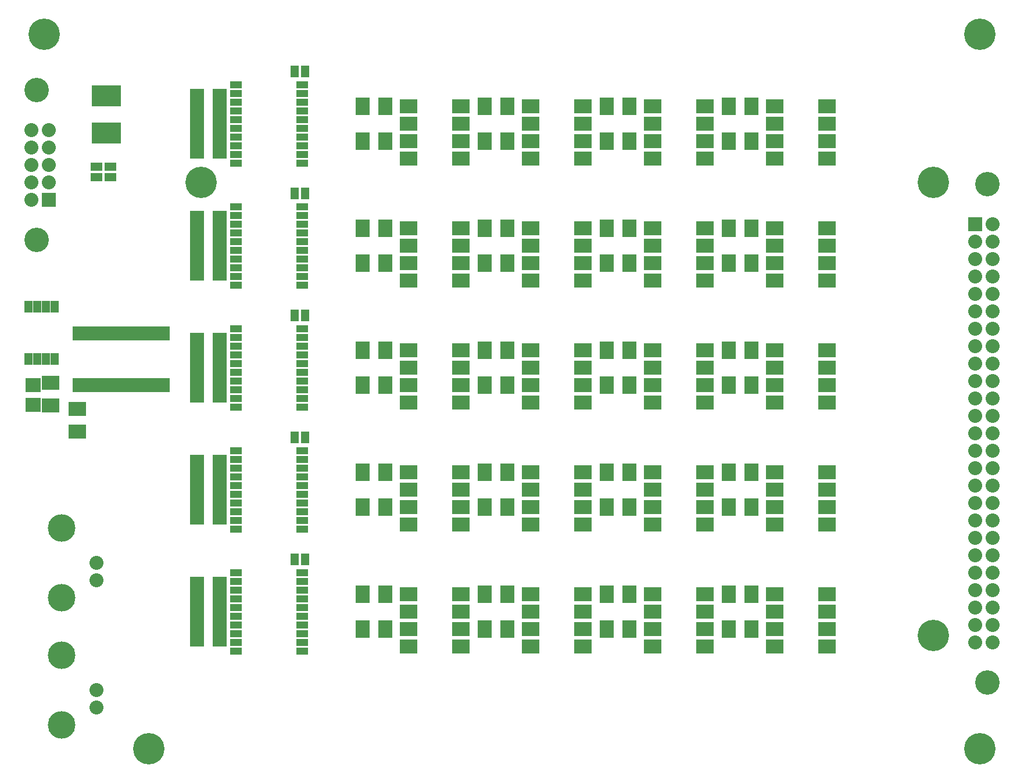
<source format=gts>
G04 (created by PCBNEW-RS274X (2011-04-29 BZR 2986)-stable) date 8/1/2011 4:56:54 PM*
G01*
G70*
G90*
%MOIN*%
G04 Gerber Fmt 3.4, Leading zero omitted, Abs format*
%FSLAX34Y34*%
G04 APERTURE LIST*
%ADD10C,0.006000*%
%ADD11C,0.140000*%
%ADD12R,0.080000X0.080000*%
%ADD13C,0.080000*%
%ADD14C,0.180000*%
%ADD15C,0.157800*%
%ADD16R,0.080000X0.100000*%
%ADD17R,0.100000X0.080000*%
%ADD18R,0.045000X0.065000*%
%ADD19R,0.065000X0.045000*%
%ADD20R,0.090900X0.082900*%
%ADD21R,0.050000X0.070000*%
%ADD22R,0.167600X0.120400*%
%ADD23R,0.070000X0.040000*%
%ADD24R,0.029800X0.079100*%
G04 APERTURE END LIST*
G54D10*
G54D11*
X61100Y-15600D03*
X61100Y-44200D03*
G54D12*
X60400Y-17900D03*
G54D13*
X61400Y-17900D03*
X60400Y-18900D03*
X61400Y-18900D03*
X60400Y-19900D03*
X61400Y-19900D03*
X60400Y-20900D03*
X61400Y-20900D03*
X60400Y-21900D03*
X61400Y-21900D03*
X60400Y-22900D03*
X61400Y-22900D03*
X60400Y-23900D03*
X61400Y-23900D03*
X60400Y-24900D03*
X61400Y-24900D03*
X60400Y-25900D03*
X61400Y-25900D03*
X60400Y-26900D03*
X61400Y-26900D03*
X60400Y-27900D03*
X61400Y-27900D03*
X60400Y-28900D03*
X61400Y-28900D03*
X60400Y-29900D03*
X61400Y-29900D03*
X60400Y-30900D03*
X61400Y-30900D03*
X60400Y-31900D03*
X61400Y-31900D03*
X60400Y-32900D03*
X61400Y-32900D03*
X60400Y-33900D03*
X61400Y-33900D03*
X60400Y-34900D03*
X61400Y-34900D03*
X60400Y-35900D03*
X61400Y-35900D03*
X60400Y-36900D03*
X61400Y-36900D03*
X60400Y-37900D03*
X61400Y-37900D03*
X60400Y-38900D03*
X61400Y-38900D03*
X60400Y-39900D03*
X61400Y-39900D03*
X60400Y-40900D03*
X61400Y-40900D03*
X60400Y-41900D03*
X61400Y-41900D03*
G54D14*
X58000Y-41500D03*
G54D15*
X08000Y-35350D03*
X08000Y-39350D03*
G54D13*
X10000Y-38350D03*
X10000Y-37350D03*
G54D11*
X06550Y-10200D03*
X06550Y-18800D03*
G54D12*
X07250Y-16500D03*
G54D13*
X06250Y-16500D03*
X07250Y-15500D03*
X06250Y-15500D03*
X07250Y-14500D03*
X06250Y-14500D03*
X07250Y-13500D03*
X06250Y-13500D03*
X07250Y-12500D03*
X06250Y-12500D03*
G54D14*
X16000Y-15500D03*
X58000Y-15500D03*
X13000Y-48000D03*
X60650Y-48000D03*
X07000Y-07000D03*
G54D16*
X15750Y-40650D03*
X17050Y-40650D03*
X33550Y-39150D03*
X32250Y-39150D03*
X15750Y-39650D03*
X17050Y-39650D03*
X15750Y-41650D03*
X17050Y-41650D03*
X47550Y-41150D03*
X46250Y-41150D03*
X33550Y-32150D03*
X32250Y-32150D03*
X40550Y-32150D03*
X39250Y-32150D03*
X47550Y-34150D03*
X46250Y-34150D03*
X33550Y-41150D03*
X32250Y-41150D03*
X47550Y-39150D03*
X46250Y-39150D03*
X40550Y-39150D03*
X39250Y-39150D03*
X26550Y-41150D03*
X25250Y-41150D03*
X40550Y-41150D03*
X39250Y-41150D03*
X15750Y-25650D03*
X17050Y-25650D03*
X15750Y-26650D03*
X17050Y-26650D03*
X47550Y-27150D03*
X46250Y-27150D03*
X15750Y-24650D03*
X17050Y-24650D03*
X40550Y-18150D03*
X39250Y-18150D03*
X33550Y-18150D03*
X32250Y-18150D03*
X15750Y-17650D03*
X17050Y-17650D03*
X26550Y-18150D03*
X25250Y-18150D03*
X26550Y-13150D03*
X25250Y-13150D03*
X47550Y-11150D03*
X46250Y-11150D03*
X33550Y-13150D03*
X32250Y-13150D03*
X15750Y-13650D03*
X17050Y-13650D03*
X33550Y-20150D03*
X32250Y-20150D03*
X40550Y-20150D03*
X39250Y-20150D03*
X26550Y-25150D03*
X25250Y-25150D03*
X40550Y-25150D03*
X39250Y-25150D03*
X15750Y-20650D03*
X17050Y-20650D03*
X47550Y-20150D03*
X46250Y-20150D03*
X33550Y-25150D03*
X32250Y-25150D03*
X26550Y-20150D03*
X25250Y-20150D03*
X15750Y-18650D03*
X17050Y-18650D03*
X47550Y-18150D03*
X46250Y-18150D03*
X15750Y-19650D03*
X17050Y-19650D03*
X40550Y-13150D03*
X39250Y-13150D03*
X15750Y-11650D03*
X17050Y-11650D03*
X15750Y-12650D03*
X17050Y-12650D03*
X47550Y-13150D03*
X46250Y-13150D03*
X40550Y-11150D03*
X39250Y-11150D03*
X15750Y-10650D03*
X17050Y-10650D03*
X26550Y-11150D03*
X25250Y-11150D03*
X33550Y-11150D03*
X32250Y-11150D03*
X15750Y-34650D03*
X17050Y-34650D03*
X26550Y-34150D03*
X25250Y-34150D03*
X26550Y-39150D03*
X25250Y-39150D03*
G54D17*
X07350Y-28300D03*
X07350Y-27000D03*
G54D16*
X15750Y-27650D03*
X17050Y-27650D03*
X33550Y-27150D03*
X32250Y-27150D03*
X40550Y-34150D03*
X39250Y-34150D03*
X33550Y-34150D03*
X32250Y-34150D03*
X15750Y-38650D03*
X17050Y-38650D03*
X15750Y-33650D03*
X17050Y-33650D03*
X47550Y-25150D03*
X46250Y-25150D03*
X40550Y-27150D03*
X39250Y-27150D03*
G54D17*
X08900Y-29800D03*
X08900Y-28500D03*
G54D16*
X26550Y-27150D03*
X25250Y-27150D03*
X15750Y-32650D03*
X17050Y-32650D03*
X15750Y-31650D03*
X17050Y-31650D03*
X26550Y-32150D03*
X25250Y-32150D03*
X47550Y-32150D03*
X46250Y-32150D03*
G54D18*
X21350Y-23150D03*
X21950Y-23150D03*
X21350Y-37150D03*
X21950Y-37150D03*
G54D19*
X10000Y-14600D03*
X10000Y-15200D03*
G54D18*
X21350Y-30150D03*
X21950Y-30150D03*
X21350Y-16150D03*
X21950Y-16150D03*
G54D19*
X10800Y-14600D03*
X10800Y-15200D03*
G54D20*
X06350Y-27141D03*
X06350Y-28259D03*
G54D17*
X27900Y-32150D03*
X27900Y-33150D03*
X27900Y-34150D03*
X27900Y-35150D03*
X30900Y-35150D03*
X30900Y-34150D03*
X30900Y-33150D03*
X30900Y-32150D03*
X41900Y-39150D03*
X41900Y-40150D03*
X41900Y-41150D03*
X41900Y-42150D03*
X44900Y-42150D03*
X44900Y-41150D03*
X44900Y-40150D03*
X44900Y-39150D03*
X48900Y-25150D03*
X48900Y-26150D03*
X48900Y-27150D03*
X48900Y-28150D03*
X51900Y-28150D03*
X51900Y-27150D03*
X51900Y-26150D03*
X51900Y-25150D03*
X27900Y-18150D03*
X27900Y-19150D03*
X27900Y-20150D03*
X27900Y-21150D03*
X30900Y-21150D03*
X30900Y-20150D03*
X30900Y-19150D03*
X30900Y-18150D03*
X27900Y-25150D03*
X27900Y-26150D03*
X27900Y-27150D03*
X27900Y-28150D03*
X30900Y-28150D03*
X30900Y-27150D03*
X30900Y-26150D03*
X30900Y-25150D03*
X34900Y-39150D03*
X34900Y-40150D03*
X34900Y-41150D03*
X34900Y-42150D03*
X37900Y-42150D03*
X37900Y-41150D03*
X37900Y-40150D03*
X37900Y-39150D03*
X41900Y-25150D03*
X41900Y-26150D03*
X41900Y-27150D03*
X41900Y-28150D03*
X44900Y-28150D03*
X44900Y-27150D03*
X44900Y-26150D03*
X44900Y-25150D03*
X27900Y-39150D03*
X27900Y-40150D03*
X27900Y-41150D03*
X27900Y-42150D03*
X30900Y-42150D03*
X30900Y-41150D03*
X30900Y-40150D03*
X30900Y-39150D03*
X41900Y-18150D03*
X41900Y-19150D03*
X41900Y-20150D03*
X41900Y-21150D03*
X44900Y-21150D03*
X44900Y-20150D03*
X44900Y-19150D03*
X44900Y-18150D03*
X48900Y-18150D03*
X48900Y-19150D03*
X48900Y-20150D03*
X48900Y-21150D03*
X51900Y-21150D03*
X51900Y-20150D03*
X51900Y-19150D03*
X51900Y-18150D03*
X48900Y-11150D03*
X48900Y-12150D03*
X48900Y-13150D03*
X48900Y-14150D03*
X51900Y-14150D03*
X51900Y-13150D03*
X51900Y-12150D03*
X51900Y-11150D03*
X34900Y-18150D03*
X34900Y-19150D03*
X34900Y-20150D03*
X34900Y-21150D03*
X37900Y-21150D03*
X37900Y-20150D03*
X37900Y-19150D03*
X37900Y-18150D03*
X41900Y-32150D03*
X41900Y-33150D03*
X41900Y-34150D03*
X41900Y-35150D03*
X44900Y-35150D03*
X44900Y-34150D03*
X44900Y-33150D03*
X44900Y-32150D03*
X27900Y-11150D03*
X27900Y-12150D03*
X27900Y-13150D03*
X27900Y-14150D03*
X30900Y-14150D03*
X30900Y-13150D03*
X30900Y-12150D03*
X30900Y-11150D03*
X34900Y-32150D03*
X34900Y-33150D03*
X34900Y-34150D03*
X34900Y-35150D03*
X37900Y-35150D03*
X37900Y-34150D03*
X37900Y-33150D03*
X37900Y-32150D03*
X34900Y-11150D03*
X34900Y-12150D03*
X34900Y-13150D03*
X34900Y-14150D03*
X37900Y-14150D03*
X37900Y-13150D03*
X37900Y-12150D03*
X37900Y-11150D03*
X48900Y-32150D03*
X48900Y-33150D03*
X48900Y-34150D03*
X48900Y-35150D03*
X51900Y-35150D03*
X51900Y-34150D03*
X51900Y-33150D03*
X51900Y-32150D03*
G54D15*
X08000Y-42650D03*
X08000Y-46650D03*
G54D13*
X10000Y-45650D03*
X10000Y-44650D03*
G54D21*
X07600Y-25650D03*
X07100Y-25650D03*
X06600Y-25650D03*
X06100Y-25650D03*
X06100Y-22650D03*
X06600Y-22650D03*
X07100Y-22650D03*
X07600Y-22650D03*
G54D22*
X10550Y-10537D03*
X10550Y-12663D03*
G54D23*
X21800Y-14400D03*
X21800Y-13900D03*
X21800Y-13400D03*
X21800Y-12900D03*
X21800Y-12400D03*
X21800Y-11900D03*
X21800Y-11400D03*
X21800Y-10900D03*
X21800Y-10400D03*
X21800Y-09900D03*
X18000Y-09900D03*
X18000Y-10400D03*
X18000Y-10900D03*
X18000Y-11400D03*
X18000Y-11900D03*
X18000Y-12400D03*
X18000Y-12900D03*
X18000Y-13400D03*
X18000Y-13900D03*
X18000Y-14400D03*
G54D17*
X41900Y-11150D03*
X41900Y-12150D03*
X41900Y-13150D03*
X41900Y-14150D03*
X44900Y-14150D03*
X44900Y-13150D03*
X44900Y-12150D03*
X44900Y-11150D03*
G54D23*
X21800Y-21400D03*
X21800Y-20900D03*
X21800Y-20400D03*
X21800Y-19900D03*
X21800Y-19400D03*
X21800Y-18900D03*
X21800Y-18400D03*
X21800Y-17900D03*
X21800Y-17400D03*
X21800Y-16900D03*
X18000Y-16900D03*
X18000Y-17400D03*
X18000Y-17900D03*
X18000Y-18400D03*
X18000Y-18900D03*
X18000Y-19400D03*
X18000Y-19900D03*
X18000Y-20400D03*
X18000Y-20900D03*
X18000Y-21400D03*
X21800Y-28400D03*
X21800Y-27900D03*
X21800Y-27400D03*
X21800Y-26900D03*
X21800Y-26400D03*
X21800Y-25900D03*
X21800Y-25400D03*
X21800Y-24900D03*
X21800Y-24400D03*
X21800Y-23900D03*
X18000Y-23900D03*
X18000Y-24400D03*
X18000Y-24900D03*
X18000Y-25400D03*
X18000Y-25900D03*
X18000Y-26400D03*
X18000Y-26900D03*
X18000Y-27400D03*
X18000Y-27900D03*
X18000Y-28400D03*
G54D17*
X34900Y-25150D03*
X34900Y-26150D03*
X34900Y-27150D03*
X34900Y-28150D03*
X37900Y-28150D03*
X37900Y-27150D03*
X37900Y-26150D03*
X37900Y-25150D03*
G54D24*
X14057Y-24174D03*
X13860Y-24174D03*
X13663Y-24174D03*
X13467Y-24174D03*
X13270Y-24174D03*
X13073Y-24174D03*
X12876Y-24174D03*
X12679Y-24174D03*
X12482Y-24174D03*
X12285Y-24174D03*
X12089Y-24174D03*
X11892Y-24174D03*
X11695Y-24174D03*
X11498Y-24174D03*
X11301Y-24174D03*
X11104Y-24174D03*
X10907Y-24174D03*
X10711Y-24174D03*
X10514Y-24174D03*
X10317Y-24174D03*
X10120Y-24174D03*
X09923Y-24174D03*
X09726Y-24174D03*
X09529Y-24174D03*
X09333Y-24174D03*
X09136Y-24174D03*
X08939Y-24174D03*
X08742Y-24174D03*
X08743Y-27126D03*
X08939Y-27126D03*
X09136Y-27126D03*
X09333Y-27126D03*
X09530Y-27126D03*
X09727Y-27126D03*
X09924Y-27126D03*
X10120Y-27126D03*
X10317Y-27126D03*
X10514Y-27126D03*
X10711Y-27126D03*
X10908Y-27126D03*
X11105Y-27126D03*
X11302Y-27126D03*
X11498Y-27126D03*
X11695Y-27126D03*
X11892Y-27126D03*
X12089Y-27126D03*
X12286Y-27126D03*
X12483Y-27126D03*
X12680Y-27126D03*
X12876Y-27126D03*
X13073Y-27126D03*
X13270Y-27126D03*
X13467Y-27126D03*
X13664Y-27126D03*
X13861Y-27126D03*
X14057Y-27126D03*
G54D23*
X21800Y-35400D03*
X21800Y-34900D03*
X21800Y-34400D03*
X21800Y-33900D03*
X21800Y-33400D03*
X21800Y-32900D03*
X21800Y-32400D03*
X21800Y-31900D03*
X21800Y-31400D03*
X21800Y-30900D03*
X18000Y-30900D03*
X18000Y-31400D03*
X18000Y-31900D03*
X18000Y-32400D03*
X18000Y-32900D03*
X18000Y-33400D03*
X18000Y-33900D03*
X18000Y-34400D03*
X18000Y-34900D03*
X18000Y-35400D03*
G54D17*
X48900Y-39150D03*
X48900Y-40150D03*
X48900Y-41150D03*
X48900Y-42150D03*
X51900Y-42150D03*
X51900Y-41150D03*
X51900Y-40150D03*
X51900Y-39150D03*
G54D23*
X21800Y-42400D03*
X21800Y-41900D03*
X21800Y-41400D03*
X21800Y-40900D03*
X21800Y-40400D03*
X21800Y-39900D03*
X21800Y-39400D03*
X21800Y-38900D03*
X21800Y-38400D03*
X21800Y-37900D03*
X18000Y-37900D03*
X18000Y-38400D03*
X18000Y-38900D03*
X18000Y-39400D03*
X18000Y-39900D03*
X18000Y-40400D03*
X18000Y-40900D03*
X18000Y-41400D03*
X18000Y-41900D03*
X18000Y-42400D03*
G54D18*
X21350Y-09150D03*
X21950Y-09150D03*
G54D14*
X60650Y-07000D03*
M02*

</source>
